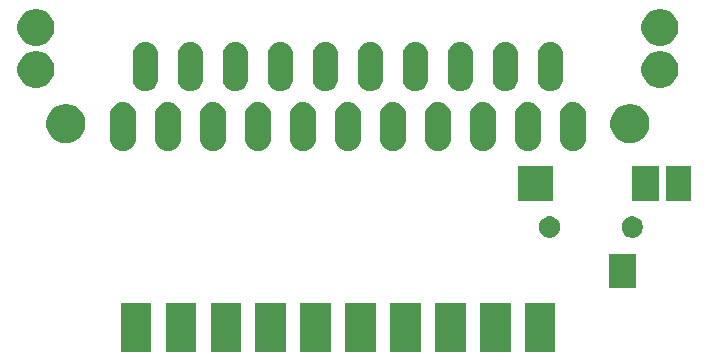
<source format=gts>
G04 #@! TF.GenerationSoftware,KiCad,Pcbnew,(5.1.0)-1*
G04 #@! TF.CreationDate,2019-04-07T00:40:10-04:00*
G04 #@! TF.ProjectId,Lightgunverter SCART Breakout,4c696768-7467-4756-9e76-657274657220,rev?*
G04 #@! TF.SameCoordinates,Original*
G04 #@! TF.FileFunction,Soldermask,Top*
G04 #@! TF.FilePolarity,Negative*
%FSLAX46Y46*%
G04 Gerber Fmt 4.6, Leading zero omitted, Abs format (unit mm)*
G04 Created by KiCad (PCBNEW (5.1.0)-1) date 2019-04-07 00:40:10*
%MOMM*%
%LPD*%
G04 APERTURE LIST*
%ADD10C,0.100000*%
G04 APERTURE END LIST*
D10*
G36*
X128148000Y-129559000D02*
G01*
X125546000Y-129559000D01*
X125546000Y-125457000D01*
X128148000Y-125457000D01*
X128148000Y-129559000D01*
X128148000Y-129559000D01*
G37*
G36*
X158548000Y-129559000D02*
G01*
X155946000Y-129559000D01*
X155946000Y-125457000D01*
X158548000Y-125457000D01*
X158548000Y-129559000D01*
X158548000Y-129559000D01*
G37*
G36*
X162348000Y-129559000D02*
G01*
X159746000Y-129559000D01*
X159746000Y-125457000D01*
X162348000Y-125457000D01*
X162348000Y-129559000D01*
X162348000Y-129559000D01*
G37*
G36*
X154748000Y-129559000D02*
G01*
X152146000Y-129559000D01*
X152146000Y-125457000D01*
X154748000Y-125457000D01*
X154748000Y-129559000D01*
X154748000Y-129559000D01*
G37*
G36*
X150948000Y-129559000D02*
G01*
X148346000Y-129559000D01*
X148346000Y-125457000D01*
X150948000Y-125457000D01*
X150948000Y-129559000D01*
X150948000Y-129559000D01*
G37*
G36*
X147148000Y-129559000D02*
G01*
X144546000Y-129559000D01*
X144546000Y-125457000D01*
X147148000Y-125457000D01*
X147148000Y-129559000D01*
X147148000Y-129559000D01*
G37*
G36*
X143348000Y-129559000D02*
G01*
X140746000Y-129559000D01*
X140746000Y-125457000D01*
X143348000Y-125457000D01*
X143348000Y-129559000D01*
X143348000Y-129559000D01*
G37*
G36*
X139548000Y-129559000D02*
G01*
X136946000Y-129559000D01*
X136946000Y-125457000D01*
X139548000Y-125457000D01*
X139548000Y-129559000D01*
X139548000Y-129559000D01*
G37*
G36*
X135748000Y-129559000D02*
G01*
X133146000Y-129559000D01*
X133146000Y-125457000D01*
X135748000Y-125457000D01*
X135748000Y-129559000D01*
X135748000Y-129559000D01*
G37*
G36*
X131948000Y-129559000D02*
G01*
X129346000Y-129559000D01*
X129346000Y-125457000D01*
X131948000Y-125457000D01*
X131948000Y-129559000D01*
X131948000Y-129559000D01*
G37*
G36*
X169206000Y-124150000D02*
G01*
X166904000Y-124150000D01*
X166904000Y-121248000D01*
X169206000Y-121248000D01*
X169206000Y-124150000D01*
X169206000Y-124150000D01*
G37*
G36*
X161968512Y-118102927D02*
G01*
X162117812Y-118132624D01*
X162281784Y-118200544D01*
X162429354Y-118299147D01*
X162554853Y-118424646D01*
X162653456Y-118572216D01*
X162721376Y-118736188D01*
X162756000Y-118910259D01*
X162756000Y-119087741D01*
X162721376Y-119261812D01*
X162653456Y-119425784D01*
X162554853Y-119573354D01*
X162429354Y-119698853D01*
X162281784Y-119797456D01*
X162117812Y-119865376D01*
X161968512Y-119895073D01*
X161943742Y-119900000D01*
X161766258Y-119900000D01*
X161741488Y-119895073D01*
X161592188Y-119865376D01*
X161428216Y-119797456D01*
X161280646Y-119698853D01*
X161155147Y-119573354D01*
X161056544Y-119425784D01*
X160988624Y-119261812D01*
X160954000Y-119087741D01*
X160954000Y-118910259D01*
X160988624Y-118736188D01*
X161056544Y-118572216D01*
X161155147Y-118424646D01*
X161280646Y-118299147D01*
X161428216Y-118200544D01*
X161592188Y-118132624D01*
X161741488Y-118102927D01*
X161766258Y-118098000D01*
X161943742Y-118098000D01*
X161968512Y-118102927D01*
X161968512Y-118102927D01*
G37*
G36*
X168968512Y-118102927D02*
G01*
X169117812Y-118132624D01*
X169281784Y-118200544D01*
X169429354Y-118299147D01*
X169554853Y-118424646D01*
X169653456Y-118572216D01*
X169721376Y-118736188D01*
X169756000Y-118910259D01*
X169756000Y-119087741D01*
X169721376Y-119261812D01*
X169653456Y-119425784D01*
X169554853Y-119573354D01*
X169429354Y-119698853D01*
X169281784Y-119797456D01*
X169117812Y-119865376D01*
X168968512Y-119895073D01*
X168943742Y-119900000D01*
X168766258Y-119900000D01*
X168741488Y-119895073D01*
X168592188Y-119865376D01*
X168428216Y-119797456D01*
X168280646Y-119698853D01*
X168155147Y-119573354D01*
X168056544Y-119425784D01*
X167988624Y-119261812D01*
X167954000Y-119087741D01*
X167954000Y-118910259D01*
X167988624Y-118736188D01*
X168056544Y-118572216D01*
X168155147Y-118424646D01*
X168280646Y-118299147D01*
X168428216Y-118200544D01*
X168592188Y-118132624D01*
X168741488Y-118102927D01*
X168766258Y-118098000D01*
X168943742Y-118098000D01*
X168968512Y-118102927D01*
X168968512Y-118102927D01*
G37*
G36*
X173806000Y-116750000D02*
G01*
X171704000Y-116750000D01*
X171704000Y-113848000D01*
X173806000Y-113848000D01*
X173806000Y-116750000D01*
X173806000Y-116750000D01*
G37*
G36*
X171106000Y-116750000D02*
G01*
X168804000Y-116750000D01*
X168804000Y-113848000D01*
X171106000Y-113848000D01*
X171106000Y-116750000D01*
X171106000Y-116750000D01*
G37*
G36*
X162106000Y-116750000D02*
G01*
X159204000Y-116750000D01*
X159204000Y-113848000D01*
X162106000Y-113848000D01*
X162106000Y-116750000D01*
X162106000Y-116750000D01*
G37*
G36*
X125944107Y-108423003D02*
G01*
X126149992Y-108485458D01*
X126339725Y-108586872D01*
X126506038Y-108723362D01*
X126642528Y-108889675D01*
X126743942Y-109079408D01*
X126806397Y-109285293D01*
X126822200Y-109445747D01*
X126822200Y-111534253D01*
X126806397Y-111694707D01*
X126743942Y-111900592D01*
X126642528Y-112090325D01*
X126506036Y-112256641D01*
X126393060Y-112349358D01*
X126339729Y-112393125D01*
X126339727Y-112393126D01*
X126149991Y-112494542D01*
X125944106Y-112556997D01*
X125730000Y-112578084D01*
X125515893Y-112556997D01*
X125310008Y-112494542D01*
X125120275Y-112393128D01*
X124953959Y-112256636D01*
X124861242Y-112143660D01*
X124817475Y-112090329D01*
X124716059Y-111900592D01*
X124716058Y-111900591D01*
X124653603Y-111694706D01*
X124637800Y-111534252D01*
X124637801Y-109445747D01*
X124653604Y-109285293D01*
X124716059Y-109079408D01*
X124817473Y-108889675D01*
X124953963Y-108723362D01*
X125120276Y-108586872D01*
X125310009Y-108485458D01*
X125515894Y-108423003D01*
X125730000Y-108401916D01*
X125944107Y-108423003D01*
X125944107Y-108423003D01*
G37*
G36*
X129754107Y-108423003D02*
G01*
X129959992Y-108485458D01*
X130149725Y-108586872D01*
X130316038Y-108723362D01*
X130452528Y-108889675D01*
X130553942Y-109079408D01*
X130616397Y-109285293D01*
X130632200Y-109445747D01*
X130632200Y-111534253D01*
X130616397Y-111694707D01*
X130553942Y-111900592D01*
X130452528Y-112090325D01*
X130316036Y-112256641D01*
X130203060Y-112349358D01*
X130149729Y-112393125D01*
X130149727Y-112393126D01*
X129959991Y-112494542D01*
X129754106Y-112556997D01*
X129540000Y-112578084D01*
X129325893Y-112556997D01*
X129120008Y-112494542D01*
X128930275Y-112393128D01*
X128763959Y-112256636D01*
X128671242Y-112143660D01*
X128627475Y-112090329D01*
X128526059Y-111900592D01*
X128526058Y-111900591D01*
X128463603Y-111694706D01*
X128447800Y-111534252D01*
X128447801Y-109445747D01*
X128463604Y-109285293D01*
X128526059Y-109079408D01*
X128627473Y-108889675D01*
X128763963Y-108723362D01*
X128930276Y-108586872D01*
X129120009Y-108485458D01*
X129325894Y-108423003D01*
X129540000Y-108401916D01*
X129754107Y-108423003D01*
X129754107Y-108423003D01*
G37*
G36*
X133564107Y-108423003D02*
G01*
X133769992Y-108485458D01*
X133959725Y-108586872D01*
X134126038Y-108723362D01*
X134262528Y-108889675D01*
X134363942Y-109079408D01*
X134426397Y-109285293D01*
X134442200Y-109445747D01*
X134442200Y-111534253D01*
X134426397Y-111694707D01*
X134363942Y-111900592D01*
X134262528Y-112090325D01*
X134126036Y-112256641D01*
X134013060Y-112349358D01*
X133959729Y-112393125D01*
X133959727Y-112393126D01*
X133769991Y-112494542D01*
X133564106Y-112556997D01*
X133350000Y-112578084D01*
X133135893Y-112556997D01*
X132930008Y-112494542D01*
X132740275Y-112393128D01*
X132573959Y-112256636D01*
X132481242Y-112143660D01*
X132437475Y-112090329D01*
X132336059Y-111900592D01*
X132336058Y-111900591D01*
X132273603Y-111694706D01*
X132257800Y-111534252D01*
X132257801Y-109445747D01*
X132273604Y-109285293D01*
X132336059Y-109079408D01*
X132437473Y-108889675D01*
X132573963Y-108723362D01*
X132740276Y-108586872D01*
X132930009Y-108485458D01*
X133135894Y-108423003D01*
X133350000Y-108401916D01*
X133564107Y-108423003D01*
X133564107Y-108423003D01*
G37*
G36*
X164044107Y-108423003D02*
G01*
X164249992Y-108485458D01*
X164439725Y-108586872D01*
X164606038Y-108723362D01*
X164742528Y-108889675D01*
X164843942Y-109079408D01*
X164906397Y-109285293D01*
X164922200Y-109445747D01*
X164922200Y-111534253D01*
X164906397Y-111694707D01*
X164843942Y-111900592D01*
X164742528Y-112090325D01*
X164606036Y-112256641D01*
X164493060Y-112349358D01*
X164439729Y-112393125D01*
X164439727Y-112393126D01*
X164249991Y-112494542D01*
X164044106Y-112556997D01*
X163830000Y-112578084D01*
X163615893Y-112556997D01*
X163410008Y-112494542D01*
X163220275Y-112393128D01*
X163053959Y-112256636D01*
X162961242Y-112143660D01*
X162917475Y-112090329D01*
X162816059Y-111900592D01*
X162816058Y-111900591D01*
X162753603Y-111694706D01*
X162737800Y-111534252D01*
X162737801Y-109445747D01*
X162753604Y-109285293D01*
X162816059Y-109079408D01*
X162917473Y-108889675D01*
X163053963Y-108723362D01*
X163220276Y-108586872D01*
X163410009Y-108485458D01*
X163615894Y-108423003D01*
X163830000Y-108401916D01*
X164044107Y-108423003D01*
X164044107Y-108423003D01*
G37*
G36*
X156424107Y-108423003D02*
G01*
X156629992Y-108485458D01*
X156819725Y-108586872D01*
X156986038Y-108723362D01*
X157122528Y-108889675D01*
X157223942Y-109079408D01*
X157286397Y-109285293D01*
X157302200Y-109445747D01*
X157302200Y-111534253D01*
X157286397Y-111694707D01*
X157223942Y-111900592D01*
X157122528Y-112090325D01*
X156986036Y-112256641D01*
X156873060Y-112349358D01*
X156819729Y-112393125D01*
X156819727Y-112393126D01*
X156629991Y-112494542D01*
X156424106Y-112556997D01*
X156210000Y-112578084D01*
X155995893Y-112556997D01*
X155790008Y-112494542D01*
X155600275Y-112393128D01*
X155433959Y-112256636D01*
X155341242Y-112143660D01*
X155297475Y-112090329D01*
X155196059Y-111900592D01*
X155196058Y-111900591D01*
X155133603Y-111694706D01*
X155117800Y-111534252D01*
X155117801Y-109445747D01*
X155133604Y-109285293D01*
X155196059Y-109079408D01*
X155297473Y-108889675D01*
X155433963Y-108723362D01*
X155600276Y-108586872D01*
X155790009Y-108485458D01*
X155995894Y-108423003D01*
X156210000Y-108401916D01*
X156424107Y-108423003D01*
X156424107Y-108423003D01*
G37*
G36*
X152614107Y-108423003D02*
G01*
X152819992Y-108485458D01*
X153009725Y-108586872D01*
X153176038Y-108723362D01*
X153312528Y-108889675D01*
X153413942Y-109079408D01*
X153476397Y-109285293D01*
X153492200Y-109445747D01*
X153492200Y-111534253D01*
X153476397Y-111694707D01*
X153413942Y-111900592D01*
X153312528Y-112090325D01*
X153176036Y-112256641D01*
X153063060Y-112349358D01*
X153009729Y-112393125D01*
X153009727Y-112393126D01*
X152819991Y-112494542D01*
X152614106Y-112556997D01*
X152400000Y-112578084D01*
X152185893Y-112556997D01*
X151980008Y-112494542D01*
X151790275Y-112393128D01*
X151623959Y-112256636D01*
X151531242Y-112143660D01*
X151487475Y-112090329D01*
X151386059Y-111900592D01*
X151386058Y-111900591D01*
X151323603Y-111694706D01*
X151307800Y-111534252D01*
X151307801Y-109445747D01*
X151323604Y-109285293D01*
X151386059Y-109079408D01*
X151487473Y-108889675D01*
X151623963Y-108723362D01*
X151790276Y-108586872D01*
X151980009Y-108485458D01*
X152185894Y-108423003D01*
X152400000Y-108401916D01*
X152614107Y-108423003D01*
X152614107Y-108423003D01*
G37*
G36*
X160234107Y-108423003D02*
G01*
X160439992Y-108485458D01*
X160629725Y-108586872D01*
X160796038Y-108723362D01*
X160932528Y-108889675D01*
X161033942Y-109079408D01*
X161096397Y-109285293D01*
X161112200Y-109445747D01*
X161112200Y-111534253D01*
X161096397Y-111694707D01*
X161033942Y-111900592D01*
X160932528Y-112090325D01*
X160796036Y-112256641D01*
X160683060Y-112349358D01*
X160629729Y-112393125D01*
X160629727Y-112393126D01*
X160439991Y-112494542D01*
X160234106Y-112556997D01*
X160020000Y-112578084D01*
X159805893Y-112556997D01*
X159600008Y-112494542D01*
X159410275Y-112393128D01*
X159243959Y-112256636D01*
X159151242Y-112143660D01*
X159107475Y-112090329D01*
X159006059Y-111900592D01*
X159006058Y-111900591D01*
X158943603Y-111694706D01*
X158927800Y-111534252D01*
X158927801Y-109445747D01*
X158943604Y-109285293D01*
X159006059Y-109079408D01*
X159107473Y-108889675D01*
X159243963Y-108723362D01*
X159410276Y-108586872D01*
X159600009Y-108485458D01*
X159805894Y-108423003D01*
X160020000Y-108401916D01*
X160234107Y-108423003D01*
X160234107Y-108423003D01*
G37*
G36*
X141184107Y-108423003D02*
G01*
X141389992Y-108485458D01*
X141579725Y-108586872D01*
X141746038Y-108723362D01*
X141882528Y-108889675D01*
X141983942Y-109079408D01*
X142046397Y-109285293D01*
X142062200Y-109445747D01*
X142062200Y-111534253D01*
X142046397Y-111694707D01*
X141983942Y-111900592D01*
X141882528Y-112090325D01*
X141746036Y-112256641D01*
X141633060Y-112349358D01*
X141579729Y-112393125D01*
X141579727Y-112393126D01*
X141389991Y-112494542D01*
X141184106Y-112556997D01*
X140970000Y-112578084D01*
X140755893Y-112556997D01*
X140550008Y-112494542D01*
X140360275Y-112393128D01*
X140193959Y-112256636D01*
X140101242Y-112143660D01*
X140057475Y-112090329D01*
X139956059Y-111900592D01*
X139956058Y-111900591D01*
X139893603Y-111694706D01*
X139877800Y-111534252D01*
X139877801Y-109445747D01*
X139893604Y-109285293D01*
X139956059Y-109079408D01*
X140057473Y-108889675D01*
X140193963Y-108723362D01*
X140360276Y-108586872D01*
X140550009Y-108485458D01*
X140755894Y-108423003D01*
X140970000Y-108401916D01*
X141184107Y-108423003D01*
X141184107Y-108423003D01*
G37*
G36*
X144994107Y-108423003D02*
G01*
X145199992Y-108485458D01*
X145389725Y-108586872D01*
X145556038Y-108723362D01*
X145692528Y-108889675D01*
X145793942Y-109079408D01*
X145856397Y-109285293D01*
X145872200Y-109445747D01*
X145872200Y-111534253D01*
X145856397Y-111694707D01*
X145793942Y-111900592D01*
X145692528Y-112090325D01*
X145556036Y-112256641D01*
X145443060Y-112349358D01*
X145389729Y-112393125D01*
X145389727Y-112393126D01*
X145199991Y-112494542D01*
X144994106Y-112556997D01*
X144780000Y-112578084D01*
X144565893Y-112556997D01*
X144360008Y-112494542D01*
X144170275Y-112393128D01*
X144003959Y-112256636D01*
X143911242Y-112143660D01*
X143867475Y-112090329D01*
X143766059Y-111900592D01*
X143766058Y-111900591D01*
X143703603Y-111694706D01*
X143687800Y-111534252D01*
X143687801Y-109445747D01*
X143703604Y-109285293D01*
X143766059Y-109079408D01*
X143867473Y-108889675D01*
X144003963Y-108723362D01*
X144170276Y-108586872D01*
X144360009Y-108485458D01*
X144565894Y-108423003D01*
X144780000Y-108401916D01*
X144994107Y-108423003D01*
X144994107Y-108423003D01*
G37*
G36*
X137374107Y-108423003D02*
G01*
X137579992Y-108485458D01*
X137769725Y-108586872D01*
X137936038Y-108723362D01*
X138072528Y-108889675D01*
X138173942Y-109079408D01*
X138236397Y-109285293D01*
X138252200Y-109445747D01*
X138252200Y-111534253D01*
X138236397Y-111694707D01*
X138173942Y-111900592D01*
X138072528Y-112090325D01*
X137936036Y-112256641D01*
X137823060Y-112349358D01*
X137769729Y-112393125D01*
X137769727Y-112393126D01*
X137579991Y-112494542D01*
X137374106Y-112556997D01*
X137160000Y-112578084D01*
X136945893Y-112556997D01*
X136740008Y-112494542D01*
X136550275Y-112393128D01*
X136383959Y-112256636D01*
X136291242Y-112143660D01*
X136247475Y-112090329D01*
X136146059Y-111900592D01*
X136146058Y-111900591D01*
X136083603Y-111694706D01*
X136067800Y-111534252D01*
X136067801Y-109445747D01*
X136083604Y-109285293D01*
X136146059Y-109079408D01*
X136247473Y-108889675D01*
X136383963Y-108723362D01*
X136550276Y-108586872D01*
X136740009Y-108485458D01*
X136945894Y-108423003D01*
X137160000Y-108401916D01*
X137374107Y-108423003D01*
X137374107Y-108423003D01*
G37*
G36*
X148804107Y-108423003D02*
G01*
X149009992Y-108485458D01*
X149199725Y-108586872D01*
X149366038Y-108723362D01*
X149502528Y-108889675D01*
X149603942Y-109079408D01*
X149666397Y-109285293D01*
X149682200Y-109445747D01*
X149682200Y-111534253D01*
X149666397Y-111694707D01*
X149603942Y-111900592D01*
X149502528Y-112090325D01*
X149366036Y-112256641D01*
X149253060Y-112349358D01*
X149199729Y-112393125D01*
X149199727Y-112393126D01*
X149009991Y-112494542D01*
X148804106Y-112556997D01*
X148590000Y-112578084D01*
X148375893Y-112556997D01*
X148170008Y-112494542D01*
X147980275Y-112393128D01*
X147813959Y-112256636D01*
X147721242Y-112143660D01*
X147677475Y-112090329D01*
X147576059Y-111900592D01*
X147576058Y-111900591D01*
X147513603Y-111694706D01*
X147497800Y-111534252D01*
X147497801Y-109445747D01*
X147513604Y-109285293D01*
X147576059Y-109079408D01*
X147677473Y-108889675D01*
X147813963Y-108723362D01*
X147980276Y-108586872D01*
X148170009Y-108485458D01*
X148375894Y-108423003D01*
X148590000Y-108401916D01*
X148804107Y-108423003D01*
X148804107Y-108423003D01*
G37*
G36*
X169031256Y-108627298D02*
G01*
X169137579Y-108648447D01*
X169438042Y-108772903D01*
X169708451Y-108953585D01*
X169938415Y-109183549D01*
X170119097Y-109453958D01*
X170243553Y-109754421D01*
X170307000Y-110073391D01*
X170307000Y-110398609D01*
X170243553Y-110717579D01*
X170119097Y-111018042D01*
X169938415Y-111288451D01*
X169708451Y-111518415D01*
X169438042Y-111699097D01*
X169137579Y-111823553D01*
X169031256Y-111844702D01*
X168818611Y-111887000D01*
X168493389Y-111887000D01*
X168280744Y-111844702D01*
X168174421Y-111823553D01*
X167873958Y-111699097D01*
X167603549Y-111518415D01*
X167373585Y-111288451D01*
X167192903Y-111018042D01*
X167068447Y-110717579D01*
X167005000Y-110398609D01*
X167005000Y-110073391D01*
X167068447Y-109754421D01*
X167192903Y-109453958D01*
X167373585Y-109183549D01*
X167603549Y-108953585D01*
X167873958Y-108772903D01*
X168174421Y-108648447D01*
X168280744Y-108627298D01*
X168493389Y-108585000D01*
X168818611Y-108585000D01*
X169031256Y-108627298D01*
X169031256Y-108627298D01*
G37*
G36*
X121279256Y-108627298D02*
G01*
X121385579Y-108648447D01*
X121686042Y-108772903D01*
X121956451Y-108953585D01*
X122186415Y-109183549D01*
X122367097Y-109453958D01*
X122491553Y-109754421D01*
X122555000Y-110073391D01*
X122555000Y-110398609D01*
X122491553Y-110717579D01*
X122367097Y-111018042D01*
X122186415Y-111288451D01*
X121956451Y-111518415D01*
X121686042Y-111699097D01*
X121385579Y-111823553D01*
X121279256Y-111844702D01*
X121066611Y-111887000D01*
X120741389Y-111887000D01*
X120528744Y-111844702D01*
X120422421Y-111823553D01*
X120121958Y-111699097D01*
X119851549Y-111518415D01*
X119621585Y-111288451D01*
X119440903Y-111018042D01*
X119316447Y-110717579D01*
X119253000Y-110398609D01*
X119253000Y-110073391D01*
X119316447Y-109754421D01*
X119440903Y-109453958D01*
X119621585Y-109183549D01*
X119851549Y-108953585D01*
X120121958Y-108772903D01*
X120422421Y-108648447D01*
X120528744Y-108627298D01*
X120741389Y-108585000D01*
X121066611Y-108585000D01*
X121279256Y-108627298D01*
X121279256Y-108627298D01*
G37*
G36*
X139279107Y-103343003D02*
G01*
X139484992Y-103405458D01*
X139674725Y-103506872D01*
X139674728Y-103506874D01*
X139674729Y-103506875D01*
X139800706Y-103610262D01*
X139841038Y-103643362D01*
X139977528Y-103809675D01*
X140078942Y-103999408D01*
X140141397Y-104205293D01*
X140157200Y-104365747D01*
X140157200Y-106454253D01*
X140141397Y-106614707D01*
X140078942Y-106820592D01*
X139977528Y-107010325D01*
X139841036Y-107176641D01*
X139728059Y-107269358D01*
X139674729Y-107313125D01*
X139674727Y-107313126D01*
X139484991Y-107414542D01*
X139279106Y-107476997D01*
X139065000Y-107498084D01*
X138850893Y-107476997D01*
X138645008Y-107414542D01*
X138455275Y-107313128D01*
X138288959Y-107176636D01*
X138183795Y-107048492D01*
X138152475Y-107010329D01*
X138142067Y-106990856D01*
X138051058Y-106820591D01*
X137988603Y-106614706D01*
X137972800Y-106454252D01*
X137972801Y-104365747D01*
X137988604Y-104205293D01*
X138051059Y-103999408D01*
X138152473Y-103809675D01*
X138288963Y-103643362D01*
X138329295Y-103610262D01*
X138455272Y-103506875D01*
X138455273Y-103506874D01*
X138455276Y-103506872D01*
X138645009Y-103405458D01*
X138850894Y-103343003D01*
X139065000Y-103321916D01*
X139279107Y-103343003D01*
X139279107Y-103343003D01*
G37*
G36*
X162139107Y-103343003D02*
G01*
X162344992Y-103405458D01*
X162534725Y-103506872D01*
X162534728Y-103506874D01*
X162534729Y-103506875D01*
X162660706Y-103610262D01*
X162701038Y-103643362D01*
X162837528Y-103809675D01*
X162938942Y-103999408D01*
X163001397Y-104205293D01*
X163017200Y-104365747D01*
X163017200Y-106454253D01*
X163001397Y-106614707D01*
X162938942Y-106820592D01*
X162837528Y-107010325D01*
X162701036Y-107176641D01*
X162588059Y-107269358D01*
X162534729Y-107313125D01*
X162534727Y-107313126D01*
X162344991Y-107414542D01*
X162139106Y-107476997D01*
X161925000Y-107498084D01*
X161710893Y-107476997D01*
X161505008Y-107414542D01*
X161315275Y-107313128D01*
X161148959Y-107176636D01*
X161043795Y-107048492D01*
X161012475Y-107010329D01*
X161002067Y-106990856D01*
X160911058Y-106820591D01*
X160848603Y-106614706D01*
X160832800Y-106454252D01*
X160832801Y-104365747D01*
X160848604Y-104205293D01*
X160911059Y-103999408D01*
X161012473Y-103809675D01*
X161148963Y-103643362D01*
X161189295Y-103610262D01*
X161315272Y-103506875D01*
X161315273Y-103506874D01*
X161315276Y-103506872D01*
X161505009Y-103405458D01*
X161710894Y-103343003D01*
X161925000Y-103321916D01*
X162139107Y-103343003D01*
X162139107Y-103343003D01*
G37*
G36*
X158329107Y-103343003D02*
G01*
X158534992Y-103405458D01*
X158724725Y-103506872D01*
X158724728Y-103506874D01*
X158724729Y-103506875D01*
X158850706Y-103610262D01*
X158891038Y-103643362D01*
X159027528Y-103809675D01*
X159128942Y-103999408D01*
X159191397Y-104205293D01*
X159207200Y-104365747D01*
X159207200Y-106454253D01*
X159191397Y-106614707D01*
X159128942Y-106820592D01*
X159027528Y-107010325D01*
X158891036Y-107176641D01*
X158778059Y-107269358D01*
X158724729Y-107313125D01*
X158724727Y-107313126D01*
X158534991Y-107414542D01*
X158329106Y-107476997D01*
X158115000Y-107498084D01*
X157900893Y-107476997D01*
X157695008Y-107414542D01*
X157505275Y-107313128D01*
X157338959Y-107176636D01*
X157233795Y-107048492D01*
X157202475Y-107010329D01*
X157192067Y-106990856D01*
X157101058Y-106820591D01*
X157038603Y-106614706D01*
X157022800Y-106454252D01*
X157022801Y-104365747D01*
X157038604Y-104205293D01*
X157101059Y-103999408D01*
X157202473Y-103809675D01*
X157338963Y-103643362D01*
X157379295Y-103610262D01*
X157505272Y-103506875D01*
X157505273Y-103506874D01*
X157505276Y-103506872D01*
X157695009Y-103405458D01*
X157900894Y-103343003D01*
X158115000Y-103321916D01*
X158329107Y-103343003D01*
X158329107Y-103343003D01*
G37*
G36*
X154519107Y-103343003D02*
G01*
X154724992Y-103405458D01*
X154914725Y-103506872D01*
X154914728Y-103506874D01*
X154914729Y-103506875D01*
X155040706Y-103610262D01*
X155081038Y-103643362D01*
X155217528Y-103809675D01*
X155318942Y-103999408D01*
X155381397Y-104205293D01*
X155397200Y-104365747D01*
X155397200Y-106454253D01*
X155381397Y-106614707D01*
X155318942Y-106820592D01*
X155217528Y-107010325D01*
X155081036Y-107176641D01*
X154968059Y-107269358D01*
X154914729Y-107313125D01*
X154914727Y-107313126D01*
X154724991Y-107414542D01*
X154519106Y-107476997D01*
X154305000Y-107498084D01*
X154090893Y-107476997D01*
X153885008Y-107414542D01*
X153695275Y-107313128D01*
X153528959Y-107176636D01*
X153423795Y-107048492D01*
X153392475Y-107010329D01*
X153382067Y-106990856D01*
X153291058Y-106820591D01*
X153228603Y-106614706D01*
X153212800Y-106454252D01*
X153212801Y-104365747D01*
X153228604Y-104205293D01*
X153291059Y-103999408D01*
X153392473Y-103809675D01*
X153528963Y-103643362D01*
X153569295Y-103610262D01*
X153695272Y-103506875D01*
X153695273Y-103506874D01*
X153695276Y-103506872D01*
X153885009Y-103405458D01*
X154090894Y-103343003D01*
X154305000Y-103321916D01*
X154519107Y-103343003D01*
X154519107Y-103343003D01*
G37*
G36*
X150709107Y-103343003D02*
G01*
X150914992Y-103405458D01*
X151104725Y-103506872D01*
X151104728Y-103506874D01*
X151104729Y-103506875D01*
X151230706Y-103610262D01*
X151271038Y-103643362D01*
X151407528Y-103809675D01*
X151508942Y-103999408D01*
X151571397Y-104205293D01*
X151587200Y-104365747D01*
X151587200Y-106454253D01*
X151571397Y-106614707D01*
X151508942Y-106820592D01*
X151407528Y-107010325D01*
X151271036Y-107176641D01*
X151158059Y-107269358D01*
X151104729Y-107313125D01*
X151104727Y-107313126D01*
X150914991Y-107414542D01*
X150709106Y-107476997D01*
X150495000Y-107498084D01*
X150280893Y-107476997D01*
X150075008Y-107414542D01*
X149885275Y-107313128D01*
X149718959Y-107176636D01*
X149613795Y-107048492D01*
X149582475Y-107010329D01*
X149572067Y-106990856D01*
X149481058Y-106820591D01*
X149418603Y-106614706D01*
X149402800Y-106454252D01*
X149402801Y-104365747D01*
X149418604Y-104205293D01*
X149481059Y-103999408D01*
X149582473Y-103809675D01*
X149718963Y-103643362D01*
X149759295Y-103610262D01*
X149885272Y-103506875D01*
X149885273Y-103506874D01*
X149885276Y-103506872D01*
X150075009Y-103405458D01*
X150280894Y-103343003D01*
X150495000Y-103321916D01*
X150709107Y-103343003D01*
X150709107Y-103343003D01*
G37*
G36*
X146899107Y-103343003D02*
G01*
X147104992Y-103405458D01*
X147294725Y-103506872D01*
X147294728Y-103506874D01*
X147294729Y-103506875D01*
X147420706Y-103610262D01*
X147461038Y-103643362D01*
X147597528Y-103809675D01*
X147698942Y-103999408D01*
X147761397Y-104205293D01*
X147777200Y-104365747D01*
X147777200Y-106454253D01*
X147761397Y-106614707D01*
X147698942Y-106820592D01*
X147597528Y-107010325D01*
X147461036Y-107176641D01*
X147348059Y-107269358D01*
X147294729Y-107313125D01*
X147294727Y-107313126D01*
X147104991Y-107414542D01*
X146899106Y-107476997D01*
X146685000Y-107498084D01*
X146470893Y-107476997D01*
X146265008Y-107414542D01*
X146075275Y-107313128D01*
X145908959Y-107176636D01*
X145803795Y-107048492D01*
X145772475Y-107010329D01*
X145762067Y-106990856D01*
X145671058Y-106820591D01*
X145608603Y-106614706D01*
X145592800Y-106454252D01*
X145592801Y-104365747D01*
X145608604Y-104205293D01*
X145671059Y-103999408D01*
X145772473Y-103809675D01*
X145908963Y-103643362D01*
X145949295Y-103610262D01*
X146075272Y-103506875D01*
X146075273Y-103506874D01*
X146075276Y-103506872D01*
X146265009Y-103405458D01*
X146470894Y-103343003D01*
X146685000Y-103321916D01*
X146899107Y-103343003D01*
X146899107Y-103343003D01*
G37*
G36*
X143089107Y-103343003D02*
G01*
X143294992Y-103405458D01*
X143484725Y-103506872D01*
X143484728Y-103506874D01*
X143484729Y-103506875D01*
X143610706Y-103610262D01*
X143651038Y-103643362D01*
X143787528Y-103809675D01*
X143888942Y-103999408D01*
X143951397Y-104205293D01*
X143967200Y-104365747D01*
X143967200Y-106454253D01*
X143951397Y-106614707D01*
X143888942Y-106820592D01*
X143787528Y-107010325D01*
X143651036Y-107176641D01*
X143538059Y-107269358D01*
X143484729Y-107313125D01*
X143484727Y-107313126D01*
X143294991Y-107414542D01*
X143089106Y-107476997D01*
X142875000Y-107498084D01*
X142660893Y-107476997D01*
X142455008Y-107414542D01*
X142265275Y-107313128D01*
X142098959Y-107176636D01*
X141993795Y-107048492D01*
X141962475Y-107010329D01*
X141952067Y-106990856D01*
X141861058Y-106820591D01*
X141798603Y-106614706D01*
X141782800Y-106454252D01*
X141782801Y-104365747D01*
X141798604Y-104205293D01*
X141861059Y-103999408D01*
X141962473Y-103809675D01*
X142098963Y-103643362D01*
X142139295Y-103610262D01*
X142265272Y-103506875D01*
X142265273Y-103506874D01*
X142265276Y-103506872D01*
X142455009Y-103405458D01*
X142660894Y-103343003D01*
X142875000Y-103321916D01*
X143089107Y-103343003D01*
X143089107Y-103343003D01*
G37*
G36*
X127849107Y-103343003D02*
G01*
X128054992Y-103405458D01*
X128244725Y-103506872D01*
X128244728Y-103506874D01*
X128244729Y-103506875D01*
X128370706Y-103610262D01*
X128411038Y-103643362D01*
X128547528Y-103809675D01*
X128648942Y-103999408D01*
X128711397Y-104205293D01*
X128727200Y-104365747D01*
X128727200Y-106454253D01*
X128711397Y-106614707D01*
X128648942Y-106820592D01*
X128547528Y-107010325D01*
X128411036Y-107176641D01*
X128298059Y-107269358D01*
X128244729Y-107313125D01*
X128244727Y-107313126D01*
X128054991Y-107414542D01*
X127849106Y-107476997D01*
X127635000Y-107498084D01*
X127420893Y-107476997D01*
X127215008Y-107414542D01*
X127025275Y-107313128D01*
X126858959Y-107176636D01*
X126753795Y-107048492D01*
X126722475Y-107010329D01*
X126712067Y-106990856D01*
X126621058Y-106820591D01*
X126558603Y-106614706D01*
X126542800Y-106454252D01*
X126542801Y-104365747D01*
X126558604Y-104205293D01*
X126621059Y-103999408D01*
X126722473Y-103809675D01*
X126858963Y-103643362D01*
X126899295Y-103610262D01*
X127025272Y-103506875D01*
X127025273Y-103506874D01*
X127025276Y-103506872D01*
X127215009Y-103405458D01*
X127420894Y-103343003D01*
X127635000Y-103321916D01*
X127849107Y-103343003D01*
X127849107Y-103343003D01*
G37*
G36*
X135469107Y-103343003D02*
G01*
X135674992Y-103405458D01*
X135864725Y-103506872D01*
X135864728Y-103506874D01*
X135864729Y-103506875D01*
X135990706Y-103610262D01*
X136031038Y-103643362D01*
X136167528Y-103809675D01*
X136268942Y-103999408D01*
X136331397Y-104205293D01*
X136347200Y-104365747D01*
X136347200Y-106454253D01*
X136331397Y-106614707D01*
X136268942Y-106820592D01*
X136167528Y-107010325D01*
X136031036Y-107176641D01*
X135918059Y-107269358D01*
X135864729Y-107313125D01*
X135864727Y-107313126D01*
X135674991Y-107414542D01*
X135469106Y-107476997D01*
X135255000Y-107498084D01*
X135040893Y-107476997D01*
X134835008Y-107414542D01*
X134645275Y-107313128D01*
X134478959Y-107176636D01*
X134373795Y-107048492D01*
X134342475Y-107010329D01*
X134332067Y-106990856D01*
X134241058Y-106820591D01*
X134178603Y-106614706D01*
X134162800Y-106454252D01*
X134162801Y-104365747D01*
X134178604Y-104205293D01*
X134241059Y-103999408D01*
X134342473Y-103809675D01*
X134478963Y-103643362D01*
X134519295Y-103610262D01*
X134645272Y-103506875D01*
X134645273Y-103506874D01*
X134645276Y-103506872D01*
X134835009Y-103405458D01*
X135040894Y-103343003D01*
X135255000Y-103321916D01*
X135469107Y-103343003D01*
X135469107Y-103343003D01*
G37*
G36*
X131659107Y-103343003D02*
G01*
X131864992Y-103405458D01*
X132054725Y-103506872D01*
X132054728Y-103506874D01*
X132054729Y-103506875D01*
X132180706Y-103610262D01*
X132221038Y-103643362D01*
X132357528Y-103809675D01*
X132458942Y-103999408D01*
X132521397Y-104205293D01*
X132537200Y-104365747D01*
X132537200Y-106454253D01*
X132521397Y-106614707D01*
X132458942Y-106820592D01*
X132357528Y-107010325D01*
X132221036Y-107176641D01*
X132108059Y-107269358D01*
X132054729Y-107313125D01*
X132054727Y-107313126D01*
X131864991Y-107414542D01*
X131659106Y-107476997D01*
X131445000Y-107498084D01*
X131230893Y-107476997D01*
X131025008Y-107414542D01*
X130835275Y-107313128D01*
X130668959Y-107176636D01*
X130563795Y-107048492D01*
X130532475Y-107010329D01*
X130522067Y-106990856D01*
X130431058Y-106820591D01*
X130368603Y-106614706D01*
X130352800Y-106454252D01*
X130352801Y-104365747D01*
X130368604Y-104205293D01*
X130431059Y-103999408D01*
X130532473Y-103809675D01*
X130668963Y-103643362D01*
X130709295Y-103610262D01*
X130835272Y-103506875D01*
X130835273Y-103506874D01*
X130835276Y-103506872D01*
X131025009Y-103405458D01*
X131230894Y-103343003D01*
X131445000Y-103321916D01*
X131659107Y-103343003D01*
X131659107Y-103343003D01*
G37*
G36*
X118819705Y-104161738D02*
G01*
X119104025Y-104279507D01*
X119359907Y-104450482D01*
X119577518Y-104668093D01*
X119748493Y-104923975D01*
X119866262Y-105208295D01*
X119926300Y-105510126D01*
X119926300Y-105817874D01*
X119866262Y-106119705D01*
X119748493Y-106404025D01*
X119577518Y-106659907D01*
X119359907Y-106877518D01*
X119104025Y-107048493D01*
X118819705Y-107166262D01*
X118517874Y-107226300D01*
X118210126Y-107226300D01*
X117908295Y-107166262D01*
X117623975Y-107048493D01*
X117368093Y-106877518D01*
X117150482Y-106659907D01*
X116979507Y-106404025D01*
X116861738Y-106119705D01*
X116801700Y-105817874D01*
X116801700Y-105510126D01*
X116861738Y-105208295D01*
X116979507Y-104923975D01*
X117150482Y-104668093D01*
X117368093Y-104450482D01*
X117623975Y-104279507D01*
X117908295Y-104161738D01*
X118210126Y-104101700D01*
X118517874Y-104101700D01*
X118819705Y-104161738D01*
X118819705Y-104161738D01*
G37*
G36*
X171651705Y-104161738D02*
G01*
X171936025Y-104279507D01*
X172191907Y-104450482D01*
X172409518Y-104668093D01*
X172580493Y-104923975D01*
X172698262Y-105208295D01*
X172758300Y-105510126D01*
X172758300Y-105817874D01*
X172698262Y-106119705D01*
X172580493Y-106404025D01*
X172409518Y-106659907D01*
X172191907Y-106877518D01*
X171936025Y-107048493D01*
X171651705Y-107166262D01*
X171349874Y-107226300D01*
X171042126Y-107226300D01*
X170740295Y-107166262D01*
X170455975Y-107048493D01*
X170200093Y-106877518D01*
X169982482Y-106659907D01*
X169811507Y-106404025D01*
X169693738Y-106119705D01*
X169633700Y-105817874D01*
X169633700Y-105510126D01*
X169693738Y-105208295D01*
X169811507Y-104923975D01*
X169982482Y-104668093D01*
X170200093Y-104450482D01*
X170455975Y-104279507D01*
X170740295Y-104161738D01*
X171042126Y-104101700D01*
X171349874Y-104101700D01*
X171651705Y-104161738D01*
X171651705Y-104161738D01*
G37*
G36*
X171651705Y-100605738D02*
G01*
X171936025Y-100723507D01*
X172191907Y-100894482D01*
X172409518Y-101112093D01*
X172580493Y-101367975D01*
X172698262Y-101652295D01*
X172758300Y-101954126D01*
X172758300Y-102261874D01*
X172698262Y-102563705D01*
X172580493Y-102848025D01*
X172409518Y-103103907D01*
X172191907Y-103321518D01*
X171936025Y-103492493D01*
X171651705Y-103610262D01*
X171349874Y-103670300D01*
X171042126Y-103670300D01*
X170740295Y-103610262D01*
X170455975Y-103492493D01*
X170200093Y-103321518D01*
X169982482Y-103103907D01*
X169811507Y-102848025D01*
X169693738Y-102563705D01*
X169633700Y-102261874D01*
X169633700Y-101954126D01*
X169693738Y-101652295D01*
X169811507Y-101367975D01*
X169982482Y-101112093D01*
X170200093Y-100894482D01*
X170455975Y-100723507D01*
X170740295Y-100605738D01*
X171042126Y-100545700D01*
X171349874Y-100545700D01*
X171651705Y-100605738D01*
X171651705Y-100605738D01*
G37*
G36*
X118819705Y-100605738D02*
G01*
X119104025Y-100723507D01*
X119359907Y-100894482D01*
X119577518Y-101112093D01*
X119748493Y-101367975D01*
X119866262Y-101652295D01*
X119926300Y-101954126D01*
X119926300Y-102261874D01*
X119866262Y-102563705D01*
X119748493Y-102848025D01*
X119577518Y-103103907D01*
X119359907Y-103321518D01*
X119104025Y-103492493D01*
X118819705Y-103610262D01*
X118517874Y-103670300D01*
X118210126Y-103670300D01*
X117908295Y-103610262D01*
X117623975Y-103492493D01*
X117368093Y-103321518D01*
X117150482Y-103103907D01*
X116979507Y-102848025D01*
X116861738Y-102563705D01*
X116801700Y-102261874D01*
X116801700Y-101954126D01*
X116861738Y-101652295D01*
X116979507Y-101367975D01*
X117150482Y-101112093D01*
X117368093Y-100894482D01*
X117623975Y-100723507D01*
X117908295Y-100605738D01*
X118210126Y-100545700D01*
X118517874Y-100545700D01*
X118819705Y-100605738D01*
X118819705Y-100605738D01*
G37*
M02*

</source>
